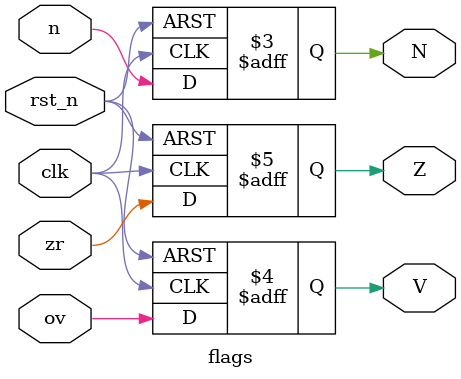
<source format=v>
module flags(N, Z, V, clk, rst_n, n, zr, ov);

output reg N, Z, V;
input wire clk, rst_n, ov, zr, n;

// Sequential Logic for Flags //
always @(posedge clk, negedge rst_n) begin
	if (!rst_n) begin
		N <= 1'b0;
		Z <= 1'b0;
		V <= 1'b0;
	end
	else begin
		//TODO: n is unimplemented so far.	
		N <= n;
		// Check if result is 0
		Z <= zr;
		// Determine if overflow has occured
		V <= ov;
	end
end

endmodule
</source>
